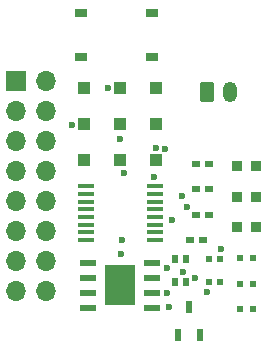
<source format=gbr>
%TF.GenerationSoftware,KiCad,Pcbnew,8.0.0*%
%TF.CreationDate,2024-04-03T23:18:40+02:00*%
%TF.ProjectId,PowerSubsystem,506f7765-7253-4756-9273-797374656d2e,rev?*%
%TF.SameCoordinates,Original*%
%TF.FileFunction,Soldermask,Top*%
%TF.FilePolarity,Negative*%
%FSLAX46Y46*%
G04 Gerber Fmt 4.6, Leading zero omitted, Abs format (unit mm)*
G04 Created by KiCad (PCBNEW 8.0.0) date 2024-04-03 23:18:40*
%MOMM*%
%LPD*%
G01*
G04 APERTURE LIST*
G04 Aperture macros list*
%AMRoundRect*
0 Rectangle with rounded corners*
0 $1 Rounding radius*
0 $2 $3 $4 $5 $6 $7 $8 $9 X,Y pos of 4 corners*
0 Add a 4 corners polygon primitive as box body*
4,1,4,$2,$3,$4,$5,$6,$7,$8,$9,$2,$3,0*
0 Add four circle primitives for the rounded corners*
1,1,$1+$1,$2,$3*
1,1,$1+$1,$4,$5*
1,1,$1+$1,$6,$7*
1,1,$1+$1,$8,$9*
0 Add four rect primitives between the rounded corners*
20,1,$1+$1,$2,$3,$4,$5,0*
20,1,$1+$1,$4,$5,$6,$7,0*
20,1,$1+$1,$6,$7,$8,$9,0*
20,1,$1+$1,$8,$9,$2,$3,0*%
G04 Aperture macros list end*
%ADD10R,0.990600X0.762000*%
%ADD11R,1.000000X1.000000*%
%ADD12R,0.900000X0.950000*%
%ADD13RoundRect,0.250000X-0.350000X-0.625000X0.350000X-0.625000X0.350000X0.625000X-0.350000X0.625000X0*%
%ADD14O,1.200000X1.750000*%
%ADD15R,0.750000X0.600000*%
%ADD16R,0.482600X1.117600*%
%ADD17R,0.605600X0.500000*%
%ADD18R,1.475000X0.450000*%
%ADD19R,1.700000X1.700000*%
%ADD20O,1.700000X1.700000*%
%ADD21R,0.610000X0.630000*%
%ADD22R,1.460500X0.558800*%
%ADD23R,2.514600X3.403600*%
%ADD24R,0.620000X0.640000*%
%ADD25R,0.600000X0.620000*%
%ADD26C,0.600000*%
G04 APERTURE END LIST*
D10*
%TO.C,SW1*%
X121106398Y-67698300D03*
X127106402Y-67698300D03*
X121106398Y-71448300D03*
X127106402Y-71448300D03*
%TD*%
D11*
%TO.C,TP_3V3*%
X127460000Y-77070000D03*
%TD*%
D12*
%TO.C,R1*%
X134310000Y-80680000D03*
X135910000Y-80680000D03*
%TD*%
D13*
%TO.C,J2*%
X131760000Y-74380000D03*
D14*
X133760000Y-74380000D03*
%TD*%
D11*
%TO.C,TP1_motor2B1*%
X124410000Y-74020000D03*
%TD*%
D15*
%TO.C,R7*%
X130345000Y-86880000D03*
X131445000Y-86880000D03*
%TD*%
D11*
%TO.C,TP1_motor2A1*%
X121360000Y-80120000D03*
%TD*%
D15*
%TO.C,R6*%
X130835000Y-84780000D03*
X131935000Y-84780000D03*
%TD*%
D16*
%TO.C,U2*%
X129339999Y-94957600D03*
X131240001Y-94957600D03*
X130290000Y-92570000D03*
%TD*%
D11*
%TO.C,TP1_3.3v1*%
X121360000Y-74020000D03*
%TD*%
%TO.C,TP2_+BATT1*%
X124410000Y-77070000D03*
%TD*%
%TO.C,TP1_motor1B1*%
X121360000Y-77070000D03*
%TD*%
%TO.C,TP7_5V_1*%
X127460000Y-74020000D03*
%TD*%
%TO.C,TP_5V_2*%
X127460000Y-80120000D03*
%TD*%
D15*
%TO.C,R5*%
X130835000Y-82630000D03*
X131935000Y-82630000D03*
%TD*%
%TO.C,R4*%
X130835000Y-80480000D03*
X131935000Y-80480000D03*
%TD*%
D12*
%TO.C,R3*%
X134310000Y-85780000D03*
X135910000Y-85780000D03*
%TD*%
D17*
%TO.C,C1*%
X134624400Y-88469200D03*
X135730000Y-88469200D03*
%TD*%
D18*
%TO.C,IC1*%
X121550000Y-82350000D03*
X121550000Y-83000000D03*
X121550000Y-83650000D03*
X121550000Y-84300000D03*
X121550000Y-84950000D03*
X121550000Y-85600000D03*
X121550000Y-86250000D03*
X121550000Y-86900000D03*
X127426000Y-86900000D03*
X127426000Y-86250000D03*
X127426000Y-85600000D03*
X127426000Y-84950000D03*
X127426000Y-84300000D03*
X127426000Y-83650000D03*
X127426000Y-83000000D03*
X127426000Y-82350000D03*
%TD*%
D12*
%TO.C,R2*%
X134310000Y-83230000D03*
X135910000Y-83230000D03*
%TD*%
D17*
%TO.C,C6*%
X134624400Y-92790000D03*
X135730000Y-92790000D03*
%TD*%
D19*
%TO.C,J1*%
X115660000Y-73410000D03*
D20*
X118200000Y-73410000D03*
X115660000Y-75950000D03*
X118200000Y-75950000D03*
X115660000Y-78490000D03*
X118200000Y-78490000D03*
X115660000Y-81030000D03*
X118200000Y-81030000D03*
X115660000Y-83570000D03*
X118200000Y-83570000D03*
X115660000Y-86110000D03*
X118200000Y-86110000D03*
X115660000Y-88650000D03*
X118200000Y-88650000D03*
X115660000Y-91190000D03*
X118200000Y-91190000D03*
%TD*%
D21*
%TO.C,C3*%
X131945000Y-88500000D03*
X132865000Y-88500000D03*
%TD*%
D22*
%TO.C,U1*%
X121681750Y-88850000D03*
X121681750Y-90120000D03*
X121681750Y-91390000D03*
X121681750Y-92660000D03*
X127130050Y-92660000D03*
X127130050Y-91390000D03*
X127130050Y-90120000D03*
X127130050Y-88850000D03*
D23*
X124405900Y-90755000D03*
%TD*%
D17*
%TO.C,C2*%
X134624400Y-90629600D03*
X135730000Y-90629600D03*
%TD*%
D24*
%TO.C,C4*%
X129060000Y-88500000D03*
X129980000Y-88500000D03*
%TD*%
D11*
%TO.C,TP6_+BATT1*%
X124410000Y-80120000D03*
%TD*%
D24*
%TO.C,C5*%
X129060000Y-90490000D03*
X129980000Y-90490000D03*
%TD*%
D25*
%TO.C,C7*%
X131940000Y-90480000D03*
X132860000Y-90480000D03*
%TD*%
D26*
X124624000Y-86892500D03*
X130812800Y-90128500D03*
X124410000Y-78334000D03*
X131760400Y-91294900D03*
X128837600Y-85227600D03*
X124480200Y-88104100D03*
X120350300Y-77147400D03*
X123406900Y-74002500D03*
X127438200Y-79109500D03*
X128424600Y-89288000D03*
X129669500Y-83164600D03*
X128395600Y-91393300D03*
X130131200Y-84076200D03*
X129792100Y-89641000D03*
X127292700Y-81596300D03*
X124730200Y-81219400D03*
X128261700Y-79183100D03*
X132991700Y-87655800D03*
X128563000Y-92569100D03*
M02*

</source>
